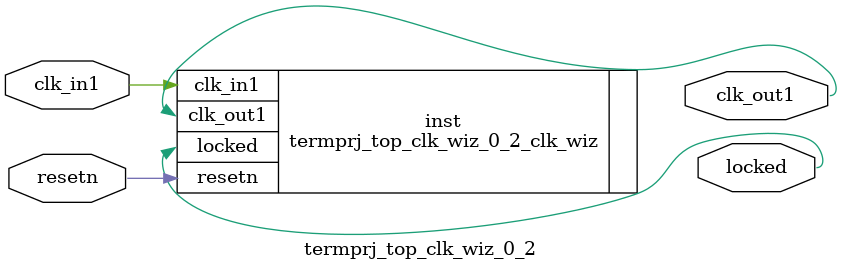
<source format=v>


`timescale 1ps/1ps

(* CORE_GENERATION_INFO = "termprj_top_clk_wiz_0_2,clk_wiz_v6_0_3_0_0,{component_name=termprj_top_clk_wiz_0_2,use_phase_alignment=true,use_min_o_jitter=false,use_max_i_jitter=false,use_dyn_phase_shift=false,use_inclk_switchover=false,use_dyn_reconfig=false,enable_axi=0,feedback_source=FDBK_AUTO,PRIMITIVE=MMCM,num_out_clk=1,clkin1_period=19.000,clkin2_period=10.0,use_power_down=false,use_reset=true,use_locked=true,use_inclk_stopped=false,feedback_type=SINGLE,CLOCK_MGR_TYPE=NA,manual_override=true}" *)

module termprj_top_clk_wiz_0_2 
 (
  // Clock out ports
  output        clk_out1,
  // Status and control signals
  input         resetn,
  output        locked,
 // Clock in ports
  input         clk_in1
 );

  termprj_top_clk_wiz_0_2_clk_wiz inst
  (
  // Clock out ports  
  .clk_out1(clk_out1),
  // Status and control signals               
  .resetn(resetn), 
  .locked(locked),
 // Clock in ports
  .clk_in1(clk_in1)
  );

endmodule

</source>
